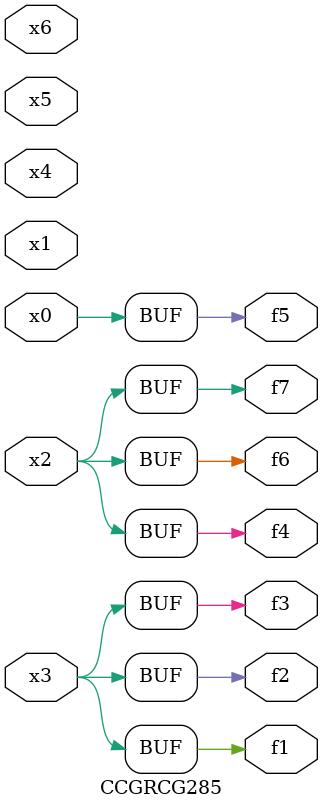
<source format=v>
module CCGRCG285(
	input x0, x1, x2, x3, x4, x5, x6,
	output f1, f2, f3, f4, f5, f6, f7
);
	assign f1 = x3;
	assign f2 = x3;
	assign f3 = x3;
	assign f4 = x2;
	assign f5 = x0;
	assign f6 = x2;
	assign f7 = x2;
endmodule

</source>
